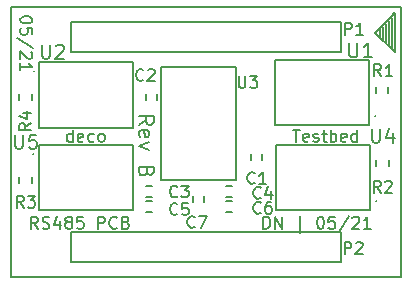
<source format=gbr>
%TF.GenerationSoftware,KiCad,Pcbnew,4.0.2-stable*%
%TF.CreationDate,2021-11-11T14:40:34-08:00*%
%TF.ProjectId,RS485,52533438352E6B696361645F70636200,rev?*%
%TF.FileFunction,Legend,Top*%
%FSLAX46Y46*%
G04 Gerber Fmt 4.6, Leading zero omitted, Abs format (unit mm)*
G04 Created by KiCad (PCBNEW 4.0.2-stable) date 11/11/2021 2:40:34 PM*
%MOMM*%
G01*
G04 APERTURE LIST*
%ADD10C,0.100000*%
%ADD11C,0.200000*%
%ADD12C,0.152400*%
%ADD13C,0.150000*%
G04 APERTURE END LIST*
D10*
D11*
X201422000Y-86868000D02*
X201422000Y-87630000D01*
X201676000Y-86741000D02*
X201676000Y-87884000D01*
X201930000Y-86487000D02*
X201930000Y-88011000D01*
X202184000Y-86233000D02*
X202184000Y-88392000D01*
X202438000Y-85979000D02*
X202438000Y-88646000D01*
X202692000Y-85598000D02*
X202565000Y-85598000D01*
X202692000Y-88900000D02*
X202692000Y-85598000D01*
X201041000Y-87249000D02*
X202692000Y-88900000D01*
X202692000Y-85598000D02*
X201041000Y-87249000D01*
D12*
X191564382Y-103837619D02*
X191564382Y-102821619D01*
X191806287Y-102821619D01*
X191951429Y-102870000D01*
X192048191Y-102966762D01*
X192096572Y-103063524D01*
X192144953Y-103257048D01*
X192144953Y-103402190D01*
X192096572Y-103595714D01*
X192048191Y-103692476D01*
X191951429Y-103789238D01*
X191806287Y-103837619D01*
X191564382Y-103837619D01*
X192580382Y-103837619D02*
X192580382Y-102821619D01*
X193160953Y-103837619D01*
X193160953Y-102821619D01*
X194660763Y-104176286D02*
X194660763Y-102724857D01*
X196354096Y-102821619D02*
X196450857Y-102821619D01*
X196547619Y-102870000D01*
X196596000Y-102918381D01*
X196644381Y-103015143D01*
X196692762Y-103208667D01*
X196692762Y-103450571D01*
X196644381Y-103644095D01*
X196596000Y-103740857D01*
X196547619Y-103789238D01*
X196450857Y-103837619D01*
X196354096Y-103837619D01*
X196257334Y-103789238D01*
X196208953Y-103740857D01*
X196160572Y-103644095D01*
X196112191Y-103450571D01*
X196112191Y-103208667D01*
X196160572Y-103015143D01*
X196208953Y-102918381D01*
X196257334Y-102870000D01*
X196354096Y-102821619D01*
X197612000Y-102821619D02*
X197128191Y-102821619D01*
X197079810Y-103305429D01*
X197128191Y-103257048D01*
X197224953Y-103208667D01*
X197466857Y-103208667D01*
X197563619Y-103257048D01*
X197612000Y-103305429D01*
X197660381Y-103402190D01*
X197660381Y-103644095D01*
X197612000Y-103740857D01*
X197563619Y-103789238D01*
X197466857Y-103837619D01*
X197224953Y-103837619D01*
X197128191Y-103789238D01*
X197079810Y-103740857D01*
X198821524Y-102773238D02*
X197950667Y-104079524D01*
X199111810Y-102918381D02*
X199160191Y-102870000D01*
X199256953Y-102821619D01*
X199498857Y-102821619D01*
X199595619Y-102870000D01*
X199644000Y-102918381D01*
X199692381Y-103015143D01*
X199692381Y-103111905D01*
X199644000Y-103257048D01*
X199063429Y-103837619D01*
X199692381Y-103837619D01*
X200660000Y-103837619D02*
X200079429Y-103837619D01*
X200369715Y-103837619D02*
X200369715Y-102821619D01*
X200272953Y-102966762D01*
X200176191Y-103063524D01*
X200079429Y-103111905D01*
X172006381Y-86106001D02*
X172006381Y-86202762D01*
X171958000Y-86299524D01*
X171909619Y-86347905D01*
X171812857Y-86396286D01*
X171619333Y-86444667D01*
X171377429Y-86444667D01*
X171183905Y-86396286D01*
X171087143Y-86347905D01*
X171038762Y-86299524D01*
X170990381Y-86202762D01*
X170990381Y-86106001D01*
X171038762Y-86009239D01*
X171087143Y-85960858D01*
X171183905Y-85912477D01*
X171377429Y-85864096D01*
X171619333Y-85864096D01*
X171812857Y-85912477D01*
X171909619Y-85960858D01*
X171958000Y-86009239D01*
X172006381Y-86106001D01*
X172006381Y-87363905D02*
X172006381Y-86880096D01*
X171522571Y-86831715D01*
X171570952Y-86880096D01*
X171619333Y-86976858D01*
X171619333Y-87218762D01*
X171570952Y-87315524D01*
X171522571Y-87363905D01*
X171425810Y-87412286D01*
X171183905Y-87412286D01*
X171087143Y-87363905D01*
X171038762Y-87315524D01*
X170990381Y-87218762D01*
X170990381Y-86976858D01*
X171038762Y-86880096D01*
X171087143Y-86831715D01*
X172054762Y-88573429D02*
X170748476Y-87702572D01*
X171909619Y-88863715D02*
X171958000Y-88912096D01*
X172006381Y-89008858D01*
X172006381Y-89250762D01*
X171958000Y-89347524D01*
X171909619Y-89395905D01*
X171812857Y-89444286D01*
X171716095Y-89444286D01*
X171570952Y-89395905D01*
X170990381Y-88815334D01*
X170990381Y-89444286D01*
X170990381Y-90411905D02*
X170990381Y-89831334D01*
X170990381Y-90121620D02*
X172006381Y-90121620D01*
X171861238Y-90024858D01*
X171764476Y-89928096D01*
X171716095Y-89831334D01*
X181035476Y-95020191D02*
X181640238Y-94596858D01*
X181035476Y-94294477D02*
X182305476Y-94294477D01*
X182305476Y-94778286D01*
X182245000Y-94899239D01*
X182184524Y-94959715D01*
X182063571Y-95020191D01*
X181882143Y-95020191D01*
X181761190Y-94959715D01*
X181700714Y-94899239D01*
X181640238Y-94778286D01*
X181640238Y-94294477D01*
X181095952Y-96048286D02*
X181035476Y-95927334D01*
X181035476Y-95685429D01*
X181095952Y-95564477D01*
X181216905Y-95504001D01*
X181700714Y-95504001D01*
X181821667Y-95564477D01*
X181882143Y-95685429D01*
X181882143Y-95927334D01*
X181821667Y-96048286D01*
X181700714Y-96108763D01*
X181579762Y-96108763D01*
X181458810Y-95504001D01*
X181882143Y-96532096D02*
X181035476Y-96834477D01*
X181882143Y-97136857D01*
X181700714Y-99011619D02*
X181640238Y-99193048D01*
X181579762Y-99253524D01*
X181458810Y-99314000D01*
X181277381Y-99314000D01*
X181156429Y-99253524D01*
X181095952Y-99193048D01*
X181035476Y-99072095D01*
X181035476Y-98588286D01*
X182305476Y-98588286D01*
X182305476Y-99011619D01*
X182245000Y-99132572D01*
X182184524Y-99193048D01*
X182063571Y-99253524D01*
X181942619Y-99253524D01*
X181821667Y-99193048D01*
X181761190Y-99132572D01*
X181700714Y-99011619D01*
X181700714Y-98588286D01*
X172490191Y-103837619D02*
X172151525Y-103353810D01*
X171909620Y-103837619D02*
X171909620Y-102821619D01*
X172296667Y-102821619D01*
X172393429Y-102870000D01*
X172441810Y-102918381D01*
X172490191Y-103015143D01*
X172490191Y-103160286D01*
X172441810Y-103257048D01*
X172393429Y-103305429D01*
X172296667Y-103353810D01*
X171909620Y-103353810D01*
X172877239Y-103789238D02*
X173022382Y-103837619D01*
X173264286Y-103837619D01*
X173361048Y-103789238D01*
X173409429Y-103740857D01*
X173457810Y-103644095D01*
X173457810Y-103547333D01*
X173409429Y-103450571D01*
X173361048Y-103402190D01*
X173264286Y-103353810D01*
X173070763Y-103305429D01*
X172974001Y-103257048D01*
X172925620Y-103208667D01*
X172877239Y-103111905D01*
X172877239Y-103015143D01*
X172925620Y-102918381D01*
X172974001Y-102870000D01*
X173070763Y-102821619D01*
X173312667Y-102821619D01*
X173457810Y-102870000D01*
X174328667Y-103160286D02*
X174328667Y-103837619D01*
X174086763Y-102773238D02*
X173844858Y-103498952D01*
X174473810Y-103498952D01*
X175006001Y-103257048D02*
X174909239Y-103208667D01*
X174860858Y-103160286D01*
X174812477Y-103063524D01*
X174812477Y-103015143D01*
X174860858Y-102918381D01*
X174909239Y-102870000D01*
X175006001Y-102821619D01*
X175199524Y-102821619D01*
X175296286Y-102870000D01*
X175344667Y-102918381D01*
X175393048Y-103015143D01*
X175393048Y-103063524D01*
X175344667Y-103160286D01*
X175296286Y-103208667D01*
X175199524Y-103257048D01*
X175006001Y-103257048D01*
X174909239Y-103305429D01*
X174860858Y-103353810D01*
X174812477Y-103450571D01*
X174812477Y-103644095D01*
X174860858Y-103740857D01*
X174909239Y-103789238D01*
X175006001Y-103837619D01*
X175199524Y-103837619D01*
X175296286Y-103789238D01*
X175344667Y-103740857D01*
X175393048Y-103644095D01*
X175393048Y-103450571D01*
X175344667Y-103353810D01*
X175296286Y-103305429D01*
X175199524Y-103257048D01*
X176312286Y-102821619D02*
X175828477Y-102821619D01*
X175780096Y-103305429D01*
X175828477Y-103257048D01*
X175925239Y-103208667D01*
X176167143Y-103208667D01*
X176263905Y-103257048D01*
X176312286Y-103305429D01*
X176360667Y-103402190D01*
X176360667Y-103644095D01*
X176312286Y-103740857D01*
X176263905Y-103789238D01*
X176167143Y-103837619D01*
X175925239Y-103837619D01*
X175828477Y-103789238D01*
X175780096Y-103740857D01*
X177570191Y-103837619D02*
X177570191Y-102821619D01*
X177957238Y-102821619D01*
X178054000Y-102870000D01*
X178102381Y-102918381D01*
X178150762Y-103015143D01*
X178150762Y-103160286D01*
X178102381Y-103257048D01*
X178054000Y-103305429D01*
X177957238Y-103353810D01*
X177570191Y-103353810D01*
X179166762Y-103740857D02*
X179118381Y-103789238D01*
X178973238Y-103837619D01*
X178876476Y-103837619D01*
X178731334Y-103789238D01*
X178634572Y-103692476D01*
X178586191Y-103595714D01*
X178537810Y-103402190D01*
X178537810Y-103257048D01*
X178586191Y-103063524D01*
X178634572Y-102966762D01*
X178731334Y-102870000D01*
X178876476Y-102821619D01*
X178973238Y-102821619D01*
X179118381Y-102870000D01*
X179166762Y-102918381D01*
X179940857Y-103305429D02*
X180086000Y-103353810D01*
X180134381Y-103402190D01*
X180182762Y-103498952D01*
X180182762Y-103644095D01*
X180134381Y-103740857D01*
X180086000Y-103789238D01*
X179989238Y-103837619D01*
X179602191Y-103837619D01*
X179602191Y-102821619D01*
X179940857Y-102821619D01*
X180037619Y-102870000D01*
X180086000Y-102918381D01*
X180134381Y-103015143D01*
X180134381Y-103111905D01*
X180086000Y-103208667D01*
X180037619Y-103257048D01*
X179940857Y-103305429D01*
X179602191Y-103305429D01*
X194068096Y-95455619D02*
X194648667Y-95455619D01*
X194358382Y-96471619D02*
X194358382Y-95455619D01*
X195374381Y-96423238D02*
X195277619Y-96471619D01*
X195084096Y-96471619D01*
X194987334Y-96423238D01*
X194938953Y-96326476D01*
X194938953Y-95939429D01*
X194987334Y-95842667D01*
X195084096Y-95794286D01*
X195277619Y-95794286D01*
X195374381Y-95842667D01*
X195422762Y-95939429D01*
X195422762Y-96036190D01*
X194938953Y-96132952D01*
X195809810Y-96423238D02*
X195906572Y-96471619D01*
X196100096Y-96471619D01*
X196196857Y-96423238D01*
X196245238Y-96326476D01*
X196245238Y-96278095D01*
X196196857Y-96181333D01*
X196100096Y-96132952D01*
X195954953Y-96132952D01*
X195858191Y-96084571D01*
X195809810Y-95987810D01*
X195809810Y-95939429D01*
X195858191Y-95842667D01*
X195954953Y-95794286D01*
X196100096Y-95794286D01*
X196196857Y-95842667D01*
X196535524Y-95794286D02*
X196922572Y-95794286D01*
X196680667Y-95455619D02*
X196680667Y-96326476D01*
X196729048Y-96423238D01*
X196825810Y-96471619D01*
X196922572Y-96471619D01*
X197261238Y-96471619D02*
X197261238Y-95455619D01*
X197261238Y-95842667D02*
X197358000Y-95794286D01*
X197551523Y-95794286D01*
X197648285Y-95842667D01*
X197696666Y-95891048D01*
X197745047Y-95987810D01*
X197745047Y-96278095D01*
X197696666Y-96374857D01*
X197648285Y-96423238D01*
X197551523Y-96471619D01*
X197358000Y-96471619D01*
X197261238Y-96423238D01*
X198567523Y-96423238D02*
X198470761Y-96471619D01*
X198277238Y-96471619D01*
X198180476Y-96423238D01*
X198132095Y-96326476D01*
X198132095Y-95939429D01*
X198180476Y-95842667D01*
X198277238Y-95794286D01*
X198470761Y-95794286D01*
X198567523Y-95842667D01*
X198615904Y-95939429D01*
X198615904Y-96036190D01*
X198132095Y-96132952D01*
X199486761Y-96471619D02*
X199486761Y-95455619D01*
X199486761Y-96423238D02*
X199389999Y-96471619D01*
X199196476Y-96471619D01*
X199099714Y-96423238D01*
X199051333Y-96374857D01*
X199002952Y-96278095D01*
X199002952Y-95987810D01*
X199051333Y-95891048D01*
X199099714Y-95842667D01*
X199196476Y-95794286D01*
X199389999Y-95794286D01*
X199486761Y-95842667D01*
X175417238Y-96471619D02*
X175417238Y-95455619D01*
X175417238Y-96423238D02*
X175320476Y-96471619D01*
X175126953Y-96471619D01*
X175030191Y-96423238D01*
X174981810Y-96374857D01*
X174933429Y-96278095D01*
X174933429Y-95987810D01*
X174981810Y-95891048D01*
X175030191Y-95842667D01*
X175126953Y-95794286D01*
X175320476Y-95794286D01*
X175417238Y-95842667D01*
X176288095Y-96423238D02*
X176191333Y-96471619D01*
X175997810Y-96471619D01*
X175901048Y-96423238D01*
X175852667Y-96326476D01*
X175852667Y-95939429D01*
X175901048Y-95842667D01*
X175997810Y-95794286D01*
X176191333Y-95794286D01*
X176288095Y-95842667D01*
X176336476Y-95939429D01*
X176336476Y-96036190D01*
X175852667Y-96132952D01*
X177207333Y-96423238D02*
X177110571Y-96471619D01*
X176917048Y-96471619D01*
X176820286Y-96423238D01*
X176771905Y-96374857D01*
X176723524Y-96278095D01*
X176723524Y-95987810D01*
X176771905Y-95891048D01*
X176820286Y-95842667D01*
X176917048Y-95794286D01*
X177110571Y-95794286D01*
X177207333Y-95842667D01*
X177787905Y-96471619D02*
X177691143Y-96423238D01*
X177642762Y-96374857D01*
X177594381Y-96278095D01*
X177594381Y-95987810D01*
X177642762Y-95891048D01*
X177691143Y-95842667D01*
X177787905Y-95794286D01*
X177933047Y-95794286D01*
X178029809Y-95842667D01*
X178078190Y-95891048D01*
X178126571Y-95987810D01*
X178126571Y-96278095D01*
X178078190Y-96374857D01*
X178029809Y-96423238D01*
X177933047Y-96471619D01*
X177787905Y-96471619D01*
D13*
X170180000Y-107950000D02*
X170180000Y-85090000D01*
X203200000Y-107950000D02*
X170180000Y-107950000D01*
X203200000Y-85090000D02*
X203200000Y-107950000D01*
X170180000Y-85090000D02*
X203200000Y-85090000D01*
X190533000Y-97540000D02*
X190533000Y-98040000D01*
X191483000Y-98040000D02*
X191483000Y-97540000D01*
X182593000Y-92960000D02*
X182593000Y-92460000D01*
X181643000Y-92460000D02*
X181643000Y-92960000D01*
X181677500Y-101186000D02*
X182177500Y-101186000D01*
X182177500Y-100236000D02*
X181677500Y-100236000D01*
X188408500Y-101186000D02*
X188908500Y-101186000D01*
X188908500Y-100236000D02*
X188408500Y-100236000D01*
X181677500Y-102456000D02*
X182177500Y-102456000D01*
X182177500Y-101506000D02*
X181677500Y-101506000D01*
X188408500Y-102456000D02*
X188908500Y-102456000D01*
X188908500Y-101506000D02*
X188408500Y-101506000D01*
X186530000Y-101532500D02*
X186530000Y-101032500D01*
X185580000Y-101032500D02*
X185580000Y-101532500D01*
X202137500Y-92325000D02*
X202137500Y-91825000D01*
X201087500Y-91825000D02*
X201087500Y-92325000D01*
X201151000Y-98048000D02*
X201151000Y-98548000D01*
X202201000Y-98548000D02*
X202201000Y-98048000D01*
X170925000Y-99445000D02*
X170925000Y-99945000D01*
X171975000Y-99945000D02*
X171975000Y-99445000D01*
X189230000Y-99695000D02*
X189230000Y-90170000D01*
X189230000Y-90170000D02*
X182880000Y-90170000D01*
X182880000Y-90170000D02*
X182880000Y-99695000D01*
X182880000Y-99695000D02*
X189230000Y-99695000D01*
X171975000Y-92960000D02*
X171975000Y-92460000D01*
X170925000Y-92460000D02*
X170925000Y-92960000D01*
X198120000Y-88900000D02*
X198120000Y-86360000D01*
X198120000Y-86360000D02*
X175260000Y-86360000D01*
X175260000Y-86360000D02*
X175260000Y-88900000D01*
X175260000Y-88900000D02*
X198120000Y-88900000D01*
X198120000Y-106680000D02*
X198120000Y-104140000D01*
X198120000Y-104140000D02*
X175260000Y-104140000D01*
X175260000Y-104140000D02*
X175260000Y-106680000D01*
X175260000Y-106680000D02*
X198120000Y-106680000D01*
X201059696Y-94259400D02*
G75*
G03X201059696Y-94259400I-56796J0D01*
G01*
X192540000Y-95035600D02*
X200525000Y-95035600D01*
X200525000Y-95035600D02*
X200525000Y-89514400D01*
X200525000Y-89514400D02*
X192540000Y-89514400D01*
X192540000Y-89514400D02*
X192540000Y-95035600D01*
X201123196Y-101498400D02*
G75*
G03X201123196Y-101498400I-56796J0D01*
G01*
X192603500Y-102274600D02*
X200588500Y-102274600D01*
X200588500Y-102274600D02*
X200588500Y-96753400D01*
X200588500Y-96753400D02*
X192603500Y-96753400D01*
X192603500Y-96753400D02*
X192603500Y-102274600D01*
X172116396Y-97510600D02*
G75*
G03X172116396Y-97510600I-56796J0D01*
G01*
X180522500Y-96734400D02*
X172537500Y-96734400D01*
X172537500Y-96734400D02*
X172537500Y-102255600D01*
X172537500Y-102255600D02*
X180522500Y-102255600D01*
X180522500Y-102255600D02*
X180522500Y-96734400D01*
X172116396Y-90525600D02*
G75*
G03X172116396Y-90525600I-56796J0D01*
G01*
X180522500Y-89749400D02*
X172537500Y-89749400D01*
X172537500Y-89749400D02*
X172537500Y-95270600D01*
X172537500Y-95270600D02*
X180522500Y-95270600D01*
X180522500Y-95270600D02*
X180522500Y-89749400D01*
X190841334Y-99950543D02*
X190793715Y-99998162D01*
X190650858Y-100045781D01*
X190555620Y-100045781D01*
X190412762Y-99998162D01*
X190317524Y-99902924D01*
X190269905Y-99807686D01*
X190222286Y-99617210D01*
X190222286Y-99474352D01*
X190269905Y-99283876D01*
X190317524Y-99188638D01*
X190412762Y-99093400D01*
X190555620Y-99045781D01*
X190650858Y-99045781D01*
X190793715Y-99093400D01*
X190841334Y-99141019D01*
X191793715Y-100045781D02*
X191222286Y-100045781D01*
X191508000Y-100045781D02*
X191508000Y-99045781D01*
X191412762Y-99188638D01*
X191317524Y-99283876D01*
X191222286Y-99331495D01*
X181417934Y-91238343D02*
X181370315Y-91285962D01*
X181227458Y-91333581D01*
X181132220Y-91333581D01*
X180989362Y-91285962D01*
X180894124Y-91190724D01*
X180846505Y-91095486D01*
X180798886Y-90905010D01*
X180798886Y-90762152D01*
X180846505Y-90571676D01*
X180894124Y-90476438D01*
X180989362Y-90381200D01*
X181132220Y-90333581D01*
X181227458Y-90333581D01*
X181370315Y-90381200D01*
X181417934Y-90428819D01*
X181798886Y-90428819D02*
X181846505Y-90381200D01*
X181941743Y-90333581D01*
X182179839Y-90333581D01*
X182275077Y-90381200D01*
X182322696Y-90428819D01*
X182370315Y-90524057D01*
X182370315Y-90619295D01*
X182322696Y-90762152D01*
X181751267Y-91333581D01*
X182370315Y-91333581D01*
X184288134Y-101093543D02*
X184240515Y-101141162D01*
X184097658Y-101188781D01*
X184002420Y-101188781D01*
X183859562Y-101141162D01*
X183764324Y-101045924D01*
X183716705Y-100950686D01*
X183669086Y-100760210D01*
X183669086Y-100617352D01*
X183716705Y-100426876D01*
X183764324Y-100331638D01*
X183859562Y-100236400D01*
X184002420Y-100188781D01*
X184097658Y-100188781D01*
X184240515Y-100236400D01*
X184288134Y-100284019D01*
X184621467Y-100188781D02*
X185240515Y-100188781D01*
X184907181Y-100569733D01*
X185050039Y-100569733D01*
X185145277Y-100617352D01*
X185192896Y-100664971D01*
X185240515Y-100760210D01*
X185240515Y-100998305D01*
X185192896Y-101093543D01*
X185145277Y-101141162D01*
X185050039Y-101188781D01*
X184764324Y-101188781D01*
X184669086Y-101141162D01*
X184621467Y-101093543D01*
X191349334Y-101195143D02*
X191301715Y-101242762D01*
X191158858Y-101290381D01*
X191063620Y-101290381D01*
X190920762Y-101242762D01*
X190825524Y-101147524D01*
X190777905Y-101052286D01*
X190730286Y-100861810D01*
X190730286Y-100718952D01*
X190777905Y-100528476D01*
X190825524Y-100433238D01*
X190920762Y-100338000D01*
X191063620Y-100290381D01*
X191158858Y-100290381D01*
X191301715Y-100338000D01*
X191349334Y-100385619D01*
X192206477Y-100623714D02*
X192206477Y-101290381D01*
X191968381Y-100242762D02*
X191730286Y-100957048D01*
X192349334Y-100957048D01*
X184288134Y-102566743D02*
X184240515Y-102614362D01*
X184097658Y-102661981D01*
X184002420Y-102661981D01*
X183859562Y-102614362D01*
X183764324Y-102519124D01*
X183716705Y-102423886D01*
X183669086Y-102233410D01*
X183669086Y-102090552D01*
X183716705Y-101900076D01*
X183764324Y-101804838D01*
X183859562Y-101709600D01*
X184002420Y-101661981D01*
X184097658Y-101661981D01*
X184240515Y-101709600D01*
X184288134Y-101757219D01*
X185192896Y-101661981D02*
X184716705Y-101661981D01*
X184669086Y-102138171D01*
X184716705Y-102090552D01*
X184811943Y-102042933D01*
X185050039Y-102042933D01*
X185145277Y-102090552D01*
X185192896Y-102138171D01*
X185240515Y-102233410D01*
X185240515Y-102471505D01*
X185192896Y-102566743D01*
X185145277Y-102614362D01*
X185050039Y-102661981D01*
X184811943Y-102661981D01*
X184716705Y-102614362D01*
X184669086Y-102566743D01*
X191349334Y-102465143D02*
X191301715Y-102512762D01*
X191158858Y-102560381D01*
X191063620Y-102560381D01*
X190920762Y-102512762D01*
X190825524Y-102417524D01*
X190777905Y-102322286D01*
X190730286Y-102131810D01*
X190730286Y-101988952D01*
X190777905Y-101798476D01*
X190825524Y-101703238D01*
X190920762Y-101608000D01*
X191063620Y-101560381D01*
X191158858Y-101560381D01*
X191301715Y-101608000D01*
X191349334Y-101655619D01*
X192206477Y-101560381D02*
X192016000Y-101560381D01*
X191920762Y-101608000D01*
X191873143Y-101655619D01*
X191777905Y-101798476D01*
X191730286Y-101988952D01*
X191730286Y-102369905D01*
X191777905Y-102465143D01*
X191825524Y-102512762D01*
X191920762Y-102560381D01*
X192111239Y-102560381D01*
X192206477Y-102512762D01*
X192254096Y-102465143D01*
X192301715Y-102369905D01*
X192301715Y-102131810D01*
X192254096Y-102036571D01*
X192206477Y-101988952D01*
X192111239Y-101941333D01*
X191920762Y-101941333D01*
X191825524Y-101988952D01*
X191777905Y-102036571D01*
X191730286Y-102131810D01*
X185761334Y-103671643D02*
X185713715Y-103719262D01*
X185570858Y-103766881D01*
X185475620Y-103766881D01*
X185332762Y-103719262D01*
X185237524Y-103624024D01*
X185189905Y-103528786D01*
X185142286Y-103338310D01*
X185142286Y-103195452D01*
X185189905Y-103004976D01*
X185237524Y-102909738D01*
X185332762Y-102814500D01*
X185475620Y-102766881D01*
X185570858Y-102766881D01*
X185713715Y-102814500D01*
X185761334Y-102862119D01*
X186094667Y-102766881D02*
X186761334Y-102766881D01*
X186332762Y-103766881D01*
X201534734Y-90901781D02*
X201201400Y-90425590D01*
X200963305Y-90901781D02*
X200963305Y-89901781D01*
X201344258Y-89901781D01*
X201439496Y-89949400D01*
X201487115Y-89997019D01*
X201534734Y-90092257D01*
X201534734Y-90235114D01*
X201487115Y-90330352D01*
X201439496Y-90377971D01*
X201344258Y-90425590D01*
X200963305Y-90425590D01*
X202487115Y-90901781D02*
X201915686Y-90901781D01*
X202201400Y-90901781D02*
X202201400Y-89901781D01*
X202106162Y-90044638D01*
X202010924Y-90139876D01*
X201915686Y-90187495D01*
X201509334Y-100782381D02*
X201176000Y-100306190D01*
X200937905Y-100782381D02*
X200937905Y-99782381D01*
X201318858Y-99782381D01*
X201414096Y-99830000D01*
X201461715Y-99877619D01*
X201509334Y-99972857D01*
X201509334Y-100115714D01*
X201461715Y-100210952D01*
X201414096Y-100258571D01*
X201318858Y-100306190D01*
X200937905Y-100306190D01*
X201890286Y-99877619D02*
X201937905Y-99830000D01*
X202033143Y-99782381D01*
X202271239Y-99782381D01*
X202366477Y-99830000D01*
X202414096Y-99877619D01*
X202461715Y-99972857D01*
X202461715Y-100068095D01*
X202414096Y-100210952D01*
X201842667Y-100782381D01*
X202461715Y-100782381D01*
X171283334Y-102052381D02*
X170950000Y-101576190D01*
X170711905Y-102052381D02*
X170711905Y-101052381D01*
X171092858Y-101052381D01*
X171188096Y-101100000D01*
X171235715Y-101147619D01*
X171283334Y-101242857D01*
X171283334Y-101385714D01*
X171235715Y-101480952D01*
X171188096Y-101528571D01*
X171092858Y-101576190D01*
X170711905Y-101576190D01*
X171616667Y-101052381D02*
X172235715Y-101052381D01*
X171902381Y-101433333D01*
X172045239Y-101433333D01*
X172140477Y-101480952D01*
X172188096Y-101528571D01*
X172235715Y-101623810D01*
X172235715Y-101861905D01*
X172188096Y-101957143D01*
X172140477Y-102004762D01*
X172045239Y-102052381D01*
X171759524Y-102052381D01*
X171664286Y-102004762D01*
X171616667Y-101957143D01*
X189484095Y-90892381D02*
X189484095Y-91701905D01*
X189531714Y-91797143D01*
X189579333Y-91844762D01*
X189674571Y-91892381D01*
X189865048Y-91892381D01*
X189960286Y-91844762D01*
X190007905Y-91797143D01*
X190055524Y-91701905D01*
X190055524Y-90892381D01*
X190436476Y-90892381D02*
X191055524Y-90892381D01*
X190722190Y-91273333D01*
X190865048Y-91273333D01*
X190960286Y-91320952D01*
X191007905Y-91368571D01*
X191055524Y-91463810D01*
X191055524Y-91701905D01*
X191007905Y-91797143D01*
X190960286Y-91844762D01*
X190865048Y-91892381D01*
X190579333Y-91892381D01*
X190484095Y-91844762D01*
X190436476Y-91797143D01*
X171902381Y-94908666D02*
X171426190Y-95242000D01*
X171902381Y-95480095D02*
X170902381Y-95480095D01*
X170902381Y-95099142D01*
X170950000Y-95003904D01*
X170997619Y-94956285D01*
X171092857Y-94908666D01*
X171235714Y-94908666D01*
X171330952Y-94956285D01*
X171378571Y-95003904D01*
X171426190Y-95099142D01*
X171426190Y-95480095D01*
X171235714Y-94051523D02*
X171902381Y-94051523D01*
X170854762Y-94289619D02*
X171569048Y-94527714D01*
X171569048Y-93908666D01*
X198499505Y-87396581D02*
X198499505Y-86396581D01*
X198880458Y-86396581D01*
X198975696Y-86444200D01*
X199023315Y-86491819D01*
X199070934Y-86587057D01*
X199070934Y-86729914D01*
X199023315Y-86825152D01*
X198975696Y-86872771D01*
X198880458Y-86920390D01*
X198499505Y-86920390D01*
X200023315Y-87396581D02*
X199451886Y-87396581D01*
X199737600Y-87396581D02*
X199737600Y-86396581D01*
X199642362Y-86539438D01*
X199547124Y-86634676D01*
X199451886Y-86682295D01*
X198448705Y-105963981D02*
X198448705Y-104963981D01*
X198829658Y-104963981D01*
X198924896Y-105011600D01*
X198972515Y-105059219D01*
X199020134Y-105154457D01*
X199020134Y-105297314D01*
X198972515Y-105392552D01*
X198924896Y-105440171D01*
X198829658Y-105487790D01*
X198448705Y-105487790D01*
X199401086Y-105059219D02*
X199448705Y-105011600D01*
X199543943Y-104963981D01*
X199782039Y-104963981D01*
X199877277Y-105011600D01*
X199924896Y-105059219D01*
X199972515Y-105154457D01*
X199972515Y-105249695D01*
X199924896Y-105392552D01*
X199353467Y-105963981D01*
X199972515Y-105963981D01*
X198856714Y-88115857D02*
X198856714Y-89087286D01*
X198913857Y-89201571D01*
X198971000Y-89258714D01*
X199085286Y-89315857D01*
X199313857Y-89315857D01*
X199428143Y-89258714D01*
X199485286Y-89201571D01*
X199542429Y-89087286D01*
X199542429Y-88115857D01*
X200742429Y-89315857D02*
X200056714Y-89315857D01*
X200399572Y-89315857D02*
X200399572Y-88115857D01*
X200285286Y-88287286D01*
X200171000Y-88401571D01*
X200056714Y-88458714D01*
X200761714Y-95354857D02*
X200761714Y-96326286D01*
X200818857Y-96440571D01*
X200876000Y-96497714D01*
X200990286Y-96554857D01*
X201218857Y-96554857D01*
X201333143Y-96497714D01*
X201390286Y-96440571D01*
X201447429Y-96326286D01*
X201447429Y-95354857D01*
X202533143Y-95754857D02*
X202533143Y-96554857D01*
X202247429Y-95297714D02*
X201961714Y-96154857D01*
X202704572Y-96154857D01*
X170535714Y-95862857D02*
X170535714Y-96834286D01*
X170592857Y-96948571D01*
X170650000Y-97005714D01*
X170764286Y-97062857D01*
X170992857Y-97062857D01*
X171107143Y-97005714D01*
X171164286Y-96948571D01*
X171221429Y-96834286D01*
X171221429Y-95862857D01*
X172364286Y-95862857D02*
X171792857Y-95862857D01*
X171735714Y-96434286D01*
X171792857Y-96377143D01*
X171907143Y-96320000D01*
X172192857Y-96320000D01*
X172307143Y-96377143D01*
X172364286Y-96434286D01*
X172421429Y-96548571D01*
X172421429Y-96834286D01*
X172364286Y-96948571D01*
X172307143Y-97005714D01*
X172192857Y-97062857D01*
X171907143Y-97062857D01*
X171792857Y-97005714D01*
X171735714Y-96948571D01*
X172821714Y-88242857D02*
X172821714Y-89214286D01*
X172878857Y-89328571D01*
X172936000Y-89385714D01*
X173050286Y-89442857D01*
X173278857Y-89442857D01*
X173393143Y-89385714D01*
X173450286Y-89328571D01*
X173507429Y-89214286D01*
X173507429Y-88242857D01*
X174021714Y-88357143D02*
X174078857Y-88300000D01*
X174193143Y-88242857D01*
X174478857Y-88242857D01*
X174593143Y-88300000D01*
X174650286Y-88357143D01*
X174707429Y-88471429D01*
X174707429Y-88585714D01*
X174650286Y-88757143D01*
X173964572Y-89442857D01*
X174707429Y-89442857D01*
M02*

</source>
